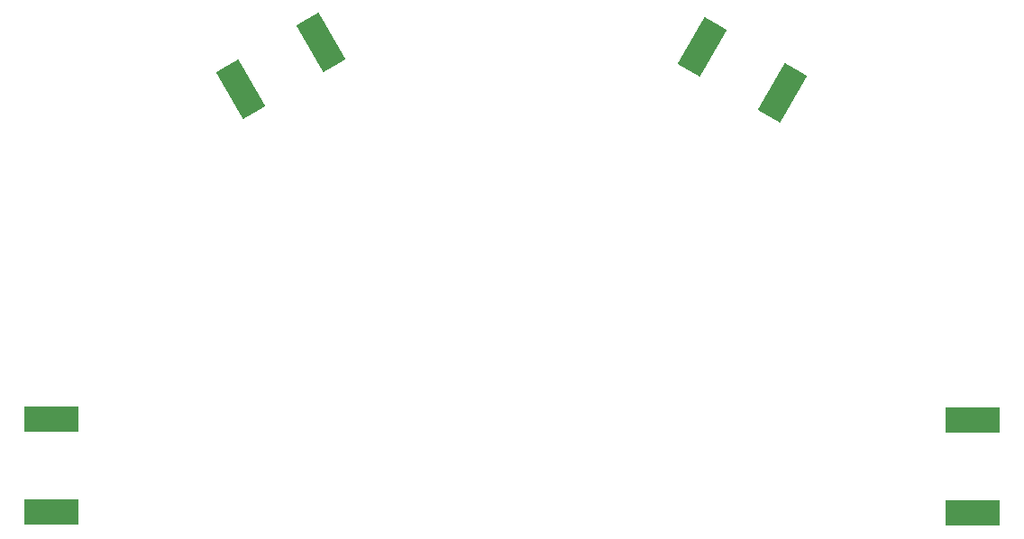
<source format=gbs>
%TF.GenerationSoftware,KiCad,Pcbnew,8.0.7-8.0.7-0~ubuntu22.04.1*%
%TF.CreationDate,2025-04-11T11:52:53+01:00*%
%TF.ProjectId,ratrace_coupler,72617472-6163-4655-9f63-6f75706c6572,rev?*%
%TF.SameCoordinates,Original*%
%TF.FileFunction,Soldermask,Bot*%
%TF.FilePolarity,Negative*%
%FSLAX46Y46*%
G04 Gerber Fmt 4.6, Leading zero omitted, Abs format (unit mm)*
G04 Created by KiCad (PCBNEW 8.0.7-8.0.7-0~ubuntu22.04.1) date 2025-04-11 11:52:53*
%MOMM*%
%LPD*%
G01*
G04 APERTURE LIST*
G04 Aperture macros list*
%AMRotRect*
0 Rectangle, with rotation*
0 The origin of the aperture is its center*
0 $1 length*
0 $2 width*
0 $3 Rotation angle, in degrees counterclockwise*
0 Add horizontal line*
21,1,$1,$2,0,0,$3*%
G04 Aperture macros list end*
%ADD10RotRect,5.080000X2.420000X300.000000*%
%ADD11RotRect,5.080000X2.420000X240.000000*%
%ADD12R,5.080000X2.420000*%
G04 APERTURE END LIST*
D10*
X105128191Y-64034723D03*
X97541809Y-68414723D03*
D11*
X148458192Y-68814723D03*
X140871811Y-64434724D03*
D12*
X166330000Y-108280000D03*
X166330000Y-99520000D03*
X79780000Y-99420000D03*
X79780000Y-108180000D03*
M02*

</source>
